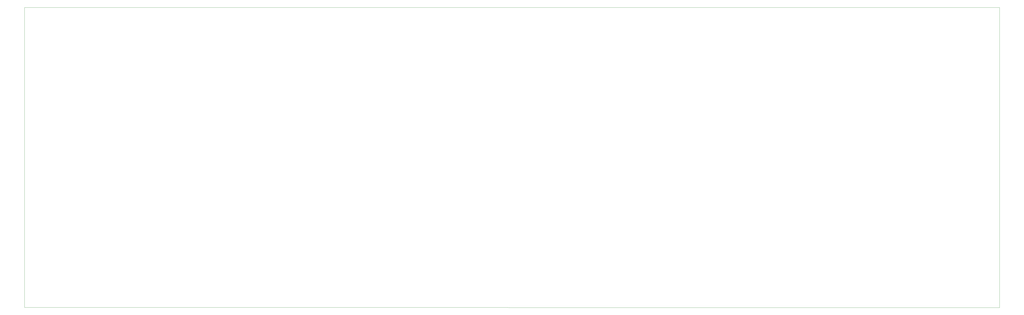
<source format=gbr>
%FSTAX23Y23*%
%MOIN*%
%SFA1B1*%

%IPPOS*%
%ADD49C,0.001000*%
%LNbackplane_profile-1*%
%LPD*%
G54D49*
X0183Y0208D02*
X18429Y02079D01*
Y0719*
X0183Y0719*
Y0208*
M02*
</source>
